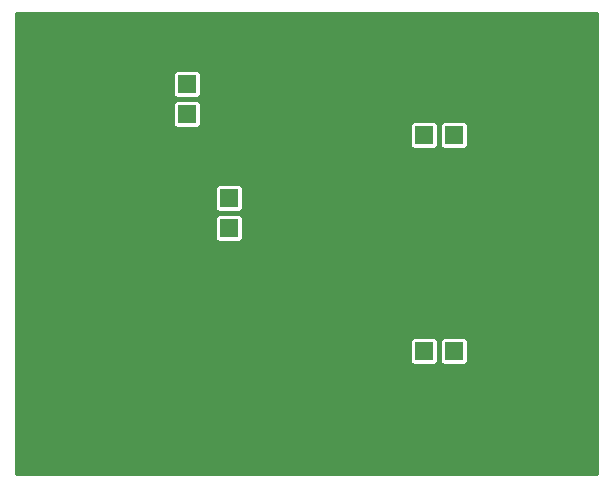
<source format=gbr>
G04 #@! TF.GenerationSoftware,KiCad,Pcbnew,(5.1.0-rc1-3-g6bb8fde48)*
G04 #@! TF.CreationDate,2019-08-06T08:57:09+02:00
G04 #@! TF.ProjectId,PCRD06A,50435244-3036-4412-9e6b-696361645f70,REV*
G04 #@! TF.SameCoordinates,Original*
G04 #@! TF.FileFunction,Copper,L1,Top*
G04 #@! TF.FilePolarity,Positive*
%FSLAX46Y46*%
G04 Gerber Fmt 4.6, Leading zero omitted, Abs format (unit mm)*
G04 Created by KiCad (PCBNEW (5.1.0-rc1-3-g6bb8fde48)) date 2019-08-06 08:57:09*
%MOMM*%
%LPD*%
G04 APERTURE LIST*
%ADD10R,1.524000X1.524000*%
%ADD11C,6.000000*%
%ADD12C,0.800000*%
%ADD13C,0.254000*%
G04 APERTURE END LIST*
D10*
X21336000Y24130000D03*
X21336000Y21590000D03*
X12700000Y31242000D03*
X12700000Y33782000D03*
X15240000Y31242000D03*
X15240000Y33782000D03*
X17780000Y31242000D03*
X17780000Y33782000D03*
D11*
X5080000Y35560000D03*
X45720000Y5080000D03*
X45720000Y35560000D03*
X5080000Y5080000D03*
D10*
X37846000Y8636000D03*
X35306000Y8636000D03*
X37846000Y11176000D03*
X35306000Y11176000D03*
X37846000Y13716000D03*
X35306000Y13716000D03*
X35306000Y32004000D03*
X37846000Y32004000D03*
X18796000Y24130000D03*
X18796000Y21590000D03*
X35306000Y26924000D03*
X37846000Y26924000D03*
X37846000Y29464000D03*
X35306000Y29464000D03*
D12*
X26416000Y16764000D03*
X20828000Y34036000D03*
X20828000Y32512000D03*
X20828000Y30988000D03*
X22352000Y34036000D03*
X22860000Y30988000D03*
X23368000Y28448000D03*
X23368000Y29972000D03*
X23368000Y27432000D03*
X17272000Y27940000D03*
X15748000Y27940000D03*
X13716000Y25908000D03*
X14732000Y26924000D03*
X13208000Y21844000D03*
X13208000Y20828000D03*
X13208000Y24384000D03*
X27940000Y25908000D03*
X28448000Y23368000D03*
X28448000Y21844000D03*
X24892000Y16256000D03*
X27432000Y15240000D03*
X28448000Y15240000D03*
X19812000Y19304000D03*
X11176000Y15748000D03*
X28448000Y24892000D03*
X27432000Y28956000D03*
X13716000Y15240000D03*
X13716000Y14224000D03*
X13716000Y13208000D03*
X13716000Y12192000D03*
X13716000Y10668000D03*
X15240000Y10668000D03*
X13208000Y23368000D03*
X19304000Y14732000D03*
X21336000Y14732000D03*
X18796000Y19304000D03*
X28448000Y7112000D03*
X28448000Y8636000D03*
X28448000Y10160000D03*
X27940000Y16764000D03*
X32004000Y17272000D03*
X34544000Y16764000D03*
X35560000Y16764000D03*
X38100000Y16764000D03*
X36576000Y16764000D03*
X30988000Y34036000D03*
X30988000Y33020000D03*
X20828000Y19304000D03*
X21844000Y19304000D03*
X22860000Y19304000D03*
X16256000Y25908000D03*
X28448000Y20320000D03*
X26416000Y21844000D03*
X26416000Y22860000D03*
X26416000Y24384000D03*
X19304000Y16256000D03*
X20828000Y16256000D03*
X22352000Y16256000D03*
X23876000Y16256000D03*
X12192000Y15240000D03*
X12192000Y14224000D03*
X31496000Y18796000D03*
X31496000Y19812000D03*
X31496000Y20828000D03*
X31496000Y21844000D03*
X31496000Y22860000D03*
X31496000Y23876000D03*
X31496000Y24892000D03*
X22860000Y14732000D03*
X13208000Y28956000D03*
X12192000Y27940000D03*
X11176000Y26924000D03*
D13*
G36*
X50011000Y789000D02*
G01*
X789000Y789000D01*
X789000Y11938000D01*
X34106896Y11938000D01*
X34106896Y10414000D01*
X34115295Y10328725D01*
X34140169Y10246728D01*
X34180561Y10171158D01*
X34234921Y10104921D01*
X34301158Y10050561D01*
X34376728Y10010169D01*
X34458725Y9985295D01*
X34544000Y9976896D01*
X36068000Y9976896D01*
X36153275Y9985295D01*
X36235272Y10010169D01*
X36310842Y10050561D01*
X36377079Y10104921D01*
X36431439Y10171158D01*
X36471831Y10246728D01*
X36496705Y10328725D01*
X36505104Y10414000D01*
X36505104Y11938000D01*
X36646896Y11938000D01*
X36646896Y10414000D01*
X36655295Y10328725D01*
X36680169Y10246728D01*
X36720561Y10171158D01*
X36774921Y10104921D01*
X36841158Y10050561D01*
X36916728Y10010169D01*
X36998725Y9985295D01*
X37084000Y9976896D01*
X38608000Y9976896D01*
X38693275Y9985295D01*
X38775272Y10010169D01*
X38850842Y10050561D01*
X38917079Y10104921D01*
X38971439Y10171158D01*
X39011831Y10246728D01*
X39036705Y10328725D01*
X39045104Y10414000D01*
X39045104Y11938000D01*
X39036705Y12023275D01*
X39011831Y12105272D01*
X38971439Y12180842D01*
X38917079Y12247079D01*
X38850842Y12301439D01*
X38775272Y12341831D01*
X38693275Y12366705D01*
X38608000Y12375104D01*
X37084000Y12375104D01*
X36998725Y12366705D01*
X36916728Y12341831D01*
X36841158Y12301439D01*
X36774921Y12247079D01*
X36720561Y12180842D01*
X36680169Y12105272D01*
X36655295Y12023275D01*
X36646896Y11938000D01*
X36505104Y11938000D01*
X36496705Y12023275D01*
X36471831Y12105272D01*
X36431439Y12180842D01*
X36377079Y12247079D01*
X36310842Y12301439D01*
X36235272Y12341831D01*
X36153275Y12366705D01*
X36068000Y12375104D01*
X34544000Y12375104D01*
X34458725Y12366705D01*
X34376728Y12341831D01*
X34301158Y12301439D01*
X34234921Y12247079D01*
X34180561Y12180842D01*
X34140169Y12105272D01*
X34115295Y12023275D01*
X34106896Y11938000D01*
X789000Y11938000D01*
X789000Y22352000D01*
X17596896Y22352000D01*
X17596896Y20828000D01*
X17605295Y20742725D01*
X17630169Y20660728D01*
X17670561Y20585158D01*
X17724921Y20518921D01*
X17791158Y20464561D01*
X17866728Y20424169D01*
X17948725Y20399295D01*
X18034000Y20390896D01*
X19558000Y20390896D01*
X19643275Y20399295D01*
X19725272Y20424169D01*
X19800842Y20464561D01*
X19867079Y20518921D01*
X19921439Y20585158D01*
X19961831Y20660728D01*
X19986705Y20742725D01*
X19995104Y20828000D01*
X19995104Y22352000D01*
X19986705Y22437275D01*
X19961831Y22519272D01*
X19921439Y22594842D01*
X19867079Y22661079D01*
X19800842Y22715439D01*
X19725272Y22755831D01*
X19643275Y22780705D01*
X19558000Y22789104D01*
X18034000Y22789104D01*
X17948725Y22780705D01*
X17866728Y22755831D01*
X17791158Y22715439D01*
X17724921Y22661079D01*
X17670561Y22594842D01*
X17630169Y22519272D01*
X17605295Y22437275D01*
X17596896Y22352000D01*
X789000Y22352000D01*
X789000Y24892000D01*
X17596896Y24892000D01*
X17596896Y23368000D01*
X17605295Y23282725D01*
X17630169Y23200728D01*
X17670561Y23125158D01*
X17724921Y23058921D01*
X17791158Y23004561D01*
X17866728Y22964169D01*
X17948725Y22939295D01*
X18034000Y22930896D01*
X19558000Y22930896D01*
X19643275Y22939295D01*
X19725272Y22964169D01*
X19800842Y23004561D01*
X19867079Y23058921D01*
X19921439Y23125158D01*
X19961831Y23200728D01*
X19986705Y23282725D01*
X19995104Y23368000D01*
X19995104Y24892000D01*
X19986705Y24977275D01*
X19961831Y25059272D01*
X19921439Y25134842D01*
X19867079Y25201079D01*
X19800842Y25255439D01*
X19725272Y25295831D01*
X19643275Y25320705D01*
X19558000Y25329104D01*
X18034000Y25329104D01*
X17948725Y25320705D01*
X17866728Y25295831D01*
X17791158Y25255439D01*
X17724921Y25201079D01*
X17670561Y25134842D01*
X17630169Y25059272D01*
X17605295Y24977275D01*
X17596896Y24892000D01*
X789000Y24892000D01*
X789000Y32004000D01*
X14040896Y32004000D01*
X14040896Y30480000D01*
X14049295Y30394725D01*
X14074169Y30312728D01*
X14114561Y30237158D01*
X14168921Y30170921D01*
X14235158Y30116561D01*
X14310728Y30076169D01*
X14392725Y30051295D01*
X14478000Y30042896D01*
X16002000Y30042896D01*
X16087275Y30051295D01*
X16169272Y30076169D01*
X16244842Y30116561D01*
X16311079Y30170921D01*
X16356281Y30226000D01*
X34106896Y30226000D01*
X34106896Y28702000D01*
X34115295Y28616725D01*
X34140169Y28534728D01*
X34180561Y28459158D01*
X34234921Y28392921D01*
X34301158Y28338561D01*
X34376728Y28298169D01*
X34458725Y28273295D01*
X34544000Y28264896D01*
X36068000Y28264896D01*
X36153275Y28273295D01*
X36235272Y28298169D01*
X36310842Y28338561D01*
X36377079Y28392921D01*
X36431439Y28459158D01*
X36471831Y28534728D01*
X36496705Y28616725D01*
X36505104Y28702000D01*
X36505104Y30226000D01*
X36646896Y30226000D01*
X36646896Y28702000D01*
X36655295Y28616725D01*
X36680169Y28534728D01*
X36720561Y28459158D01*
X36774921Y28392921D01*
X36841158Y28338561D01*
X36916728Y28298169D01*
X36998725Y28273295D01*
X37084000Y28264896D01*
X38608000Y28264896D01*
X38693275Y28273295D01*
X38775272Y28298169D01*
X38850842Y28338561D01*
X38917079Y28392921D01*
X38971439Y28459158D01*
X39011831Y28534728D01*
X39036705Y28616725D01*
X39045104Y28702000D01*
X39045104Y30226000D01*
X39036705Y30311275D01*
X39011831Y30393272D01*
X38971439Y30468842D01*
X38917079Y30535079D01*
X38850842Y30589439D01*
X38775272Y30629831D01*
X38693275Y30654705D01*
X38608000Y30663104D01*
X37084000Y30663104D01*
X36998725Y30654705D01*
X36916728Y30629831D01*
X36841158Y30589439D01*
X36774921Y30535079D01*
X36720561Y30468842D01*
X36680169Y30393272D01*
X36655295Y30311275D01*
X36646896Y30226000D01*
X36505104Y30226000D01*
X36496705Y30311275D01*
X36471831Y30393272D01*
X36431439Y30468842D01*
X36377079Y30535079D01*
X36310842Y30589439D01*
X36235272Y30629831D01*
X36153275Y30654705D01*
X36068000Y30663104D01*
X34544000Y30663104D01*
X34458725Y30654705D01*
X34376728Y30629831D01*
X34301158Y30589439D01*
X34234921Y30535079D01*
X34180561Y30468842D01*
X34140169Y30393272D01*
X34115295Y30311275D01*
X34106896Y30226000D01*
X16356281Y30226000D01*
X16365439Y30237158D01*
X16405831Y30312728D01*
X16430705Y30394725D01*
X16439104Y30480000D01*
X16439104Y32004000D01*
X16430705Y32089275D01*
X16405831Y32171272D01*
X16365439Y32246842D01*
X16311079Y32313079D01*
X16244842Y32367439D01*
X16169272Y32407831D01*
X16087275Y32432705D01*
X16002000Y32441104D01*
X14478000Y32441104D01*
X14392725Y32432705D01*
X14310728Y32407831D01*
X14235158Y32367439D01*
X14168921Y32313079D01*
X14114561Y32246842D01*
X14074169Y32171272D01*
X14049295Y32089275D01*
X14040896Y32004000D01*
X789000Y32004000D01*
X789000Y34544000D01*
X14040896Y34544000D01*
X14040896Y33020000D01*
X14049295Y32934725D01*
X14074169Y32852728D01*
X14114561Y32777158D01*
X14168921Y32710921D01*
X14235158Y32656561D01*
X14310728Y32616169D01*
X14392725Y32591295D01*
X14478000Y32582896D01*
X16002000Y32582896D01*
X16087275Y32591295D01*
X16169272Y32616169D01*
X16244842Y32656561D01*
X16311079Y32710921D01*
X16365439Y32777158D01*
X16405831Y32852728D01*
X16430705Y32934725D01*
X16439104Y33020000D01*
X16439104Y34544000D01*
X16430705Y34629275D01*
X16405831Y34711272D01*
X16365439Y34786842D01*
X16311079Y34853079D01*
X16244842Y34907439D01*
X16169272Y34947831D01*
X16087275Y34972705D01*
X16002000Y34981104D01*
X14478000Y34981104D01*
X14392725Y34972705D01*
X14310728Y34947831D01*
X14235158Y34907439D01*
X14168921Y34853079D01*
X14114561Y34786842D01*
X14074169Y34711272D01*
X14049295Y34629275D01*
X14040896Y34544000D01*
X789000Y34544000D01*
X789000Y39851000D01*
X50011001Y39851000D01*
X50011000Y789000D01*
X50011000Y789000D01*
G37*
X50011000Y789000D02*
X789000Y789000D01*
X789000Y11938000D01*
X34106896Y11938000D01*
X34106896Y10414000D01*
X34115295Y10328725D01*
X34140169Y10246728D01*
X34180561Y10171158D01*
X34234921Y10104921D01*
X34301158Y10050561D01*
X34376728Y10010169D01*
X34458725Y9985295D01*
X34544000Y9976896D01*
X36068000Y9976896D01*
X36153275Y9985295D01*
X36235272Y10010169D01*
X36310842Y10050561D01*
X36377079Y10104921D01*
X36431439Y10171158D01*
X36471831Y10246728D01*
X36496705Y10328725D01*
X36505104Y10414000D01*
X36505104Y11938000D01*
X36646896Y11938000D01*
X36646896Y10414000D01*
X36655295Y10328725D01*
X36680169Y10246728D01*
X36720561Y10171158D01*
X36774921Y10104921D01*
X36841158Y10050561D01*
X36916728Y10010169D01*
X36998725Y9985295D01*
X37084000Y9976896D01*
X38608000Y9976896D01*
X38693275Y9985295D01*
X38775272Y10010169D01*
X38850842Y10050561D01*
X38917079Y10104921D01*
X38971439Y10171158D01*
X39011831Y10246728D01*
X39036705Y10328725D01*
X39045104Y10414000D01*
X39045104Y11938000D01*
X39036705Y12023275D01*
X39011831Y12105272D01*
X38971439Y12180842D01*
X38917079Y12247079D01*
X38850842Y12301439D01*
X38775272Y12341831D01*
X38693275Y12366705D01*
X38608000Y12375104D01*
X37084000Y12375104D01*
X36998725Y12366705D01*
X36916728Y12341831D01*
X36841158Y12301439D01*
X36774921Y12247079D01*
X36720561Y12180842D01*
X36680169Y12105272D01*
X36655295Y12023275D01*
X36646896Y11938000D01*
X36505104Y11938000D01*
X36496705Y12023275D01*
X36471831Y12105272D01*
X36431439Y12180842D01*
X36377079Y12247079D01*
X36310842Y12301439D01*
X36235272Y12341831D01*
X36153275Y12366705D01*
X36068000Y12375104D01*
X34544000Y12375104D01*
X34458725Y12366705D01*
X34376728Y12341831D01*
X34301158Y12301439D01*
X34234921Y12247079D01*
X34180561Y12180842D01*
X34140169Y12105272D01*
X34115295Y12023275D01*
X34106896Y11938000D01*
X789000Y11938000D01*
X789000Y22352000D01*
X17596896Y22352000D01*
X17596896Y20828000D01*
X17605295Y20742725D01*
X17630169Y20660728D01*
X17670561Y20585158D01*
X17724921Y20518921D01*
X17791158Y20464561D01*
X17866728Y20424169D01*
X17948725Y20399295D01*
X18034000Y20390896D01*
X19558000Y20390896D01*
X19643275Y20399295D01*
X19725272Y20424169D01*
X19800842Y20464561D01*
X19867079Y20518921D01*
X19921439Y20585158D01*
X19961831Y20660728D01*
X19986705Y20742725D01*
X19995104Y20828000D01*
X19995104Y22352000D01*
X19986705Y22437275D01*
X19961831Y22519272D01*
X19921439Y22594842D01*
X19867079Y22661079D01*
X19800842Y22715439D01*
X19725272Y22755831D01*
X19643275Y22780705D01*
X19558000Y22789104D01*
X18034000Y22789104D01*
X17948725Y22780705D01*
X17866728Y22755831D01*
X17791158Y22715439D01*
X17724921Y22661079D01*
X17670561Y22594842D01*
X17630169Y22519272D01*
X17605295Y22437275D01*
X17596896Y22352000D01*
X789000Y22352000D01*
X789000Y24892000D01*
X17596896Y24892000D01*
X17596896Y23368000D01*
X17605295Y23282725D01*
X17630169Y23200728D01*
X17670561Y23125158D01*
X17724921Y23058921D01*
X17791158Y23004561D01*
X17866728Y22964169D01*
X17948725Y22939295D01*
X18034000Y22930896D01*
X19558000Y22930896D01*
X19643275Y22939295D01*
X19725272Y22964169D01*
X19800842Y23004561D01*
X19867079Y23058921D01*
X19921439Y23125158D01*
X19961831Y23200728D01*
X19986705Y23282725D01*
X19995104Y23368000D01*
X19995104Y24892000D01*
X19986705Y24977275D01*
X19961831Y25059272D01*
X19921439Y25134842D01*
X19867079Y25201079D01*
X19800842Y25255439D01*
X19725272Y25295831D01*
X19643275Y25320705D01*
X19558000Y25329104D01*
X18034000Y25329104D01*
X17948725Y25320705D01*
X17866728Y25295831D01*
X17791158Y25255439D01*
X17724921Y25201079D01*
X17670561Y25134842D01*
X17630169Y25059272D01*
X17605295Y24977275D01*
X17596896Y24892000D01*
X789000Y24892000D01*
X789000Y32004000D01*
X14040896Y32004000D01*
X14040896Y30480000D01*
X14049295Y30394725D01*
X14074169Y30312728D01*
X14114561Y30237158D01*
X14168921Y30170921D01*
X14235158Y30116561D01*
X14310728Y30076169D01*
X14392725Y30051295D01*
X14478000Y30042896D01*
X16002000Y30042896D01*
X16087275Y30051295D01*
X16169272Y30076169D01*
X16244842Y30116561D01*
X16311079Y30170921D01*
X16356281Y30226000D01*
X34106896Y30226000D01*
X34106896Y28702000D01*
X34115295Y28616725D01*
X34140169Y28534728D01*
X34180561Y28459158D01*
X34234921Y28392921D01*
X34301158Y28338561D01*
X34376728Y28298169D01*
X34458725Y28273295D01*
X34544000Y28264896D01*
X36068000Y28264896D01*
X36153275Y28273295D01*
X36235272Y28298169D01*
X36310842Y28338561D01*
X36377079Y28392921D01*
X36431439Y28459158D01*
X36471831Y28534728D01*
X36496705Y28616725D01*
X36505104Y28702000D01*
X36505104Y30226000D01*
X36646896Y30226000D01*
X36646896Y28702000D01*
X36655295Y28616725D01*
X36680169Y28534728D01*
X36720561Y28459158D01*
X36774921Y28392921D01*
X36841158Y28338561D01*
X36916728Y28298169D01*
X36998725Y28273295D01*
X37084000Y28264896D01*
X38608000Y28264896D01*
X38693275Y28273295D01*
X38775272Y28298169D01*
X38850842Y28338561D01*
X38917079Y28392921D01*
X38971439Y28459158D01*
X39011831Y28534728D01*
X39036705Y28616725D01*
X39045104Y28702000D01*
X39045104Y30226000D01*
X39036705Y30311275D01*
X39011831Y30393272D01*
X38971439Y30468842D01*
X38917079Y30535079D01*
X38850842Y30589439D01*
X38775272Y30629831D01*
X38693275Y30654705D01*
X38608000Y30663104D01*
X37084000Y30663104D01*
X36998725Y30654705D01*
X36916728Y30629831D01*
X36841158Y30589439D01*
X36774921Y30535079D01*
X36720561Y30468842D01*
X36680169Y30393272D01*
X36655295Y30311275D01*
X36646896Y30226000D01*
X36505104Y30226000D01*
X36496705Y30311275D01*
X36471831Y30393272D01*
X36431439Y30468842D01*
X36377079Y30535079D01*
X36310842Y30589439D01*
X36235272Y30629831D01*
X36153275Y30654705D01*
X36068000Y30663104D01*
X34544000Y30663104D01*
X34458725Y30654705D01*
X34376728Y30629831D01*
X34301158Y30589439D01*
X34234921Y30535079D01*
X34180561Y30468842D01*
X34140169Y30393272D01*
X34115295Y30311275D01*
X34106896Y30226000D01*
X16356281Y30226000D01*
X16365439Y30237158D01*
X16405831Y30312728D01*
X16430705Y30394725D01*
X16439104Y30480000D01*
X16439104Y32004000D01*
X16430705Y32089275D01*
X16405831Y32171272D01*
X16365439Y32246842D01*
X16311079Y32313079D01*
X16244842Y32367439D01*
X16169272Y32407831D01*
X16087275Y32432705D01*
X16002000Y32441104D01*
X14478000Y32441104D01*
X14392725Y32432705D01*
X14310728Y32407831D01*
X14235158Y32367439D01*
X14168921Y32313079D01*
X14114561Y32246842D01*
X14074169Y32171272D01*
X14049295Y32089275D01*
X14040896Y32004000D01*
X789000Y32004000D01*
X789000Y34544000D01*
X14040896Y34544000D01*
X14040896Y33020000D01*
X14049295Y32934725D01*
X14074169Y32852728D01*
X14114561Y32777158D01*
X14168921Y32710921D01*
X14235158Y32656561D01*
X14310728Y32616169D01*
X14392725Y32591295D01*
X14478000Y32582896D01*
X16002000Y32582896D01*
X16087275Y32591295D01*
X16169272Y32616169D01*
X16244842Y32656561D01*
X16311079Y32710921D01*
X16365439Y32777158D01*
X16405831Y32852728D01*
X16430705Y32934725D01*
X16439104Y33020000D01*
X16439104Y34544000D01*
X16430705Y34629275D01*
X16405831Y34711272D01*
X16365439Y34786842D01*
X16311079Y34853079D01*
X16244842Y34907439D01*
X16169272Y34947831D01*
X16087275Y34972705D01*
X16002000Y34981104D01*
X14478000Y34981104D01*
X14392725Y34972705D01*
X14310728Y34947831D01*
X14235158Y34907439D01*
X14168921Y34853079D01*
X14114561Y34786842D01*
X14074169Y34711272D01*
X14049295Y34629275D01*
X14040896Y34544000D01*
X789000Y34544000D01*
X789000Y39851000D01*
X50011001Y39851000D01*
X50011000Y789000D01*
M02*

</source>
